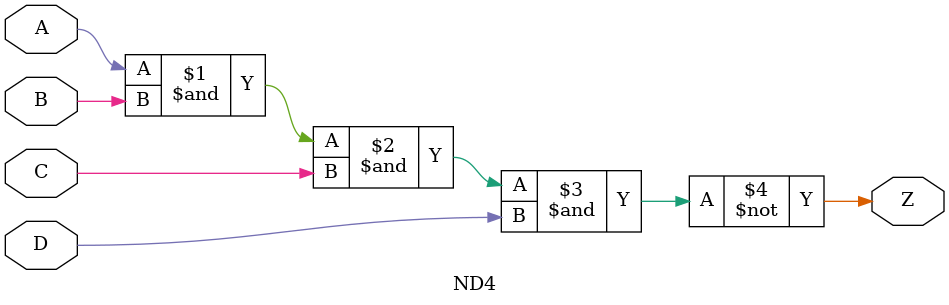
<source format=v>
`resetall
`timescale 1 ns / 100 ps

`celldefine

module  ND4  (A, B, C, D, Z);
  input A, B, C, D ;
  output Z;

  nand (Z, A, B, C, D);


endmodule 

`endcelldefine

</source>
